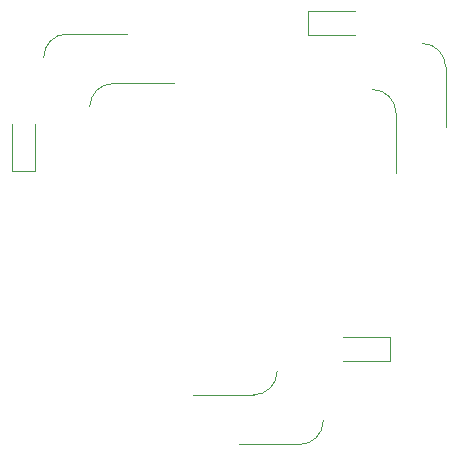
<source format=gbr>
%TF.GenerationSoftware,KiCad,Pcbnew,7.0.7*%
%TF.CreationDate,2023-09-12T19:54:29+10:00*%
%TF.ProjectId,jigsaw,6a696773-6177-42e6-9b69-6361645f7063,rev?*%
%TF.SameCoordinates,Original*%
%TF.FileFunction,Legend,Bot*%
%TF.FilePolarity,Positive*%
%FSLAX46Y46*%
G04 Gerber Fmt 4.6, Leading zero omitted, Abs format (unit mm)*
G04 Created by KiCad (PCBNEW 7.0.7) date 2023-09-12 19:54:29*
%MOMM*%
%LPD*%
G01*
G04 APERTURE LIST*
%ADD10C,0.120000*%
G04 APERTURE END LIST*
D10*
%TO.C,D1*%
X119485521Y-51874333D02*
X119485521Y-47864333D01*
X121485521Y-51874333D02*
X119485521Y-51874333D01*
X121485521Y-51874333D02*
X121485521Y-47864333D01*
%TO.C,SW1*%
X124196145Y-40234197D02*
X129296145Y-40234197D01*
X128096145Y-44434197D02*
X133196145Y-44434197D01*
X124196145Y-40234197D02*
G75*
G03*
X122196145Y-42234197I-1J-1999999D01*
G01*
X128096145Y-44434197D02*
G75*
G03*
X126096145Y-46434197I-1J-1999999D01*
G01*
%TO.C,D1*%
X144586420Y-40323567D02*
X148596420Y-40323567D01*
X144586420Y-40323567D02*
X144586420Y-38323567D01*
X144586420Y-38323567D02*
X148596420Y-38323567D01*
%TO.C,D2*%
X151525753Y-65924634D02*
X147515753Y-65924634D01*
X151525753Y-65924634D02*
X151525753Y-67924634D01*
X151525753Y-67924634D02*
X147515753Y-67924634D01*
%TO.C,SW1*%
X152026556Y-46934191D02*
G75*
G03*
X150026556Y-44934191I-1999999J1D01*
G01*
X156226556Y-43034191D02*
G75*
G03*
X154226556Y-41034191I-1999999J1D01*
G01*
X152026556Y-46934191D02*
X152026556Y-52034191D01*
X156226556Y-43034191D02*
X156226556Y-48134191D01*
%TO.C,SW2*%
X139976671Y-70795431D02*
G75*
G03*
X141976671Y-68795431I1J1999999D01*
G01*
X143876671Y-74995431D02*
G75*
G03*
X145876671Y-72995431I1J1999999D01*
G01*
X139976671Y-70795431D02*
X134876671Y-70795431D01*
X143876671Y-74995431D02*
X138776671Y-74995431D01*
%TD*%
M02*

</source>
